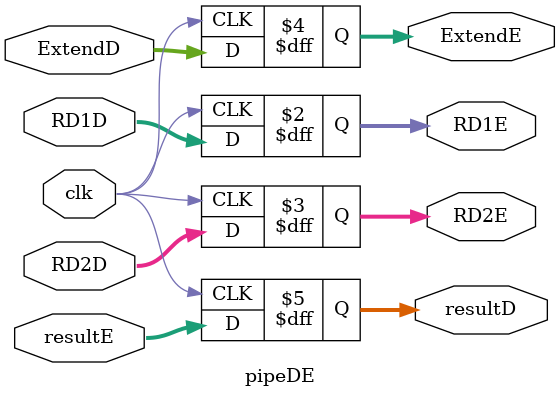
<source format=sv>
module pipeDE(input logic clk,input logic [31:0] RD1D,RD2D, ExtendD,resultE, output logic [31:0] RD1E,RD2E, ExtendE, resultD);

	always_ff @(posedge clk)
	begin
	RD1E <= RD1D;
	RD2E <= RD2D;
	ExtendE <= ExtendD;
	resultD<= resultE;
	end

endmodule

</source>
